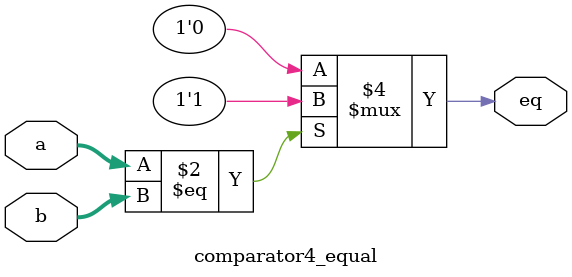
<source format=v>
module comparator4_equal(
    input [3:0] a,
    input [3:0] b,
    output reg eq
);

    always @(*) begin
        if (a == b) begin
            eq = 1;
        end else begin
            eq = 0;
    	end
    end

endmodule

// Verilog code for a 32-bit comparator. The module takes two 32-bit inputs a and b, and outputs three signals: eq (equal), gt (greater than), and lt (less than). The always block compares the two inputs and sets the output signals accordingly.

</source>
